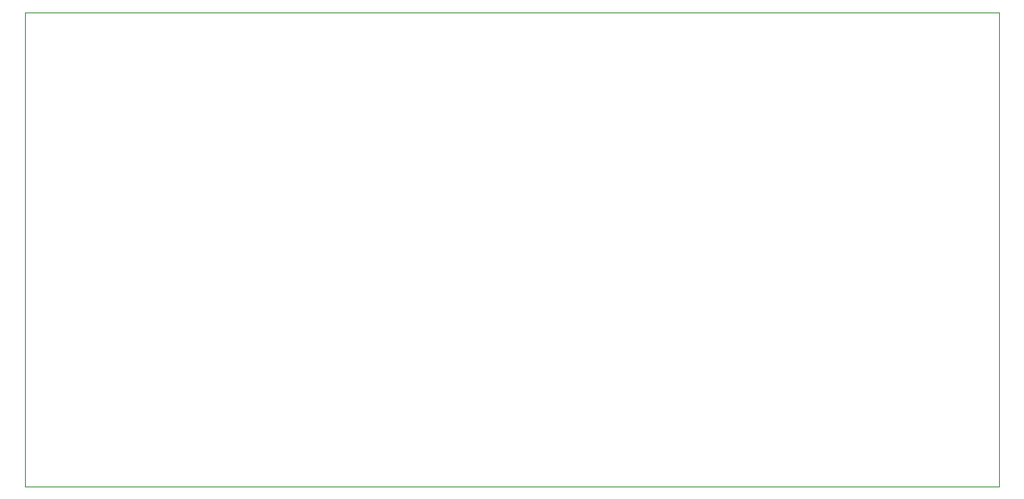
<source format=gbr>
%TF.GenerationSoftware,KiCad,Pcbnew,(6.0.7)*%
%TF.CreationDate,2022-09-12T17:06:16+03:00*%
%TF.ProjectId,io-breakout,696f2d62-7265-4616-9b6f-75742e6b6963,rev?*%
%TF.SameCoordinates,Original*%
%TF.FileFunction,Profile,NP*%
%FSLAX46Y46*%
G04 Gerber Fmt 4.6, Leading zero omitted, Abs format (unit mm)*
G04 Created by KiCad (PCBNEW (6.0.7)) date 2022-09-12 17:06:16*
%MOMM*%
%LPD*%
G01*
G04 APERTURE LIST*
%TA.AperFunction,Profile*%
%ADD10C,0.100000*%
%TD*%
G04 APERTURE END LIST*
D10*
X85090000Y-113030000D02*
X184150000Y-113030000D01*
X85090000Y-64770000D02*
X85090000Y-113030000D01*
X184150000Y-64770000D02*
X85090000Y-64770000D01*
X184150000Y-113030000D02*
X184150000Y-64770000D01*
M02*

</source>
